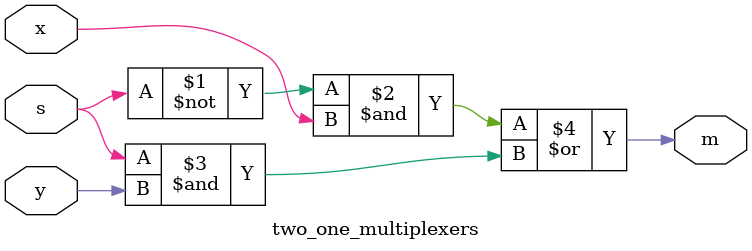
<source format=v>
module two_one_multiplexers(s,m,x,y);

	 input x;
	 input y;
	 input s;
    output m;
    
    wire m;
    
    assign m = (~s & x) | (s & y);
	 

endmodule
</source>
